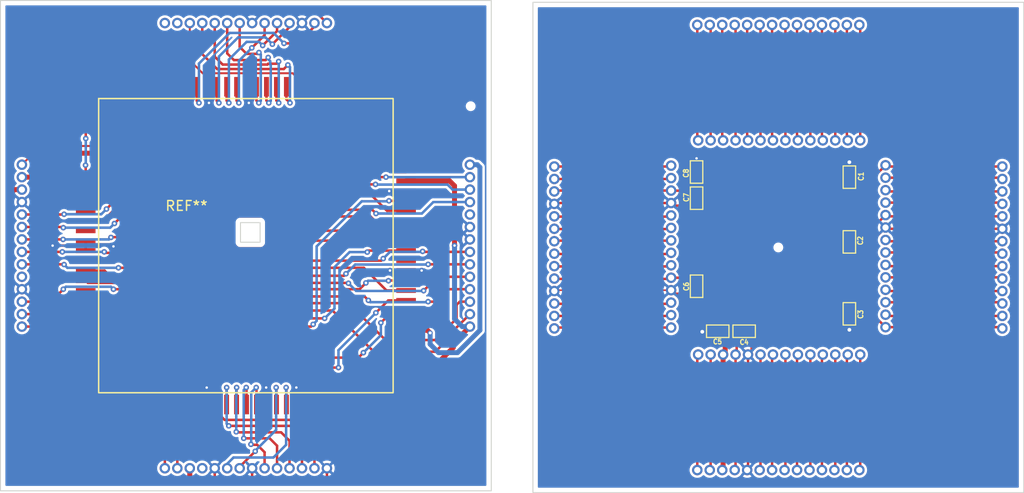
<source format=kicad_pcb>
(kicad_pcb (version 20221018) (generator pcbnew)
  (layers (0 "F.Cu" signal) (31 "B.Cu" signal) (34 "B.Paste" user) (35 "F.Paste" user) (36 "B.SilkS" user "B.Silkscreen") (37 "F.SilkS" user "F.Silkscreen") (38 "B.Mask" user) (39 "F.Mask" user) (44 "Edge.Cuts" user))
  (net 0 "")
  (net 1 "GND")
  (net 2 "VDDIO")
  (net 3 "SA_col_sel1")
  (net 4 "SA_col_sel0")
  (net 5 "SA_row_sel2")
  (net 6 "SA_row_sel1")
  (net 7 "VDDA2")
  (net 8 "SA_row_sel0")
  (net 9 "LA_col_data_in")
  (net 10 "LA_col_rst")
  (net 11 "LA_col_ena")
  (net 12 "LA_col_clk")
  (net 13 "SA_col_sel2")
  (net 14 "vdda")
  (net 15 "vccd2")
  (net 16 "gring")
  (net 17 "gpio")
  (net 18 "d1")
  (net 19 "d0")
  (net 20 "sck")
  (net 21 "csb")
  (net 22 "xclk")
  (net 23 "rst")
  (net 24 "USB_SI")
  (net 25 "USB_S0_RXD")
  (net 26 "USB_CS1")
  (net 27 "USB_SCK_TXD")
  (net 28 "LA_ROW_CLK")
  (net 29 "Vdda1")
  (net 30 "LA_row_ena")
  (net 31 "LA_row_rst")
  (net 32 "LA_row_data_in")
  (net 33 "vccd1")
  (net 34 "LA_output")
  (net 35 "SA_output")
  (net 36 "AMP_IB")
  (net 37 "OUT_IB")
  (net 38 "NB2")
  (net 39 "NB1")
  (net 40 "SF_IB")
  (net 41 "VBIAS")
  (net 42 "VREF")
  (net 43 "CSA_VREF")
  (net 44 "/Vccd1")
  (net 45 "/Vdda1")
  (net 46 "/Vccd")
  (net 47 "/VddIO")
  (net 48 "/Vdda2")
  (net 49 "mprj_io5")
  (net 50 "/Vdda")
  (net 51 "/VddIO_2")
  (net 52 "/Vccd2")
  (footprint "dave:SM0603" (layer "F.Cu") (at 184.56 95.59 -90)
    (fp_text reference "C6")
    (fp_text value "0.1uF" hide)
  )
  (footprint "TMSe:interposer_carrier" (layer "F.Cu") (at 138.93 92.04882)
    (fp_text reference "REF**")
    (fp_text value "interposer_carrier")
    (fp_rect (start -0.83 -2.94882) (end 1.17 -0.94882) (stroke (width 0.1)) (fill none) (layer "Edge.Cuts"))
    (fp_rect (start 22.62 -14.81882) (end 22.62 -14.81882) (stroke (width 0.1)) (fill none) (layer "Edge.Cuts"))
  )
  (footprint "dave:SM0603" (layer "F.Cu") (at 189.41 100.18)
    (fp_text reference "C4")
    (fp_text value "0.1uF" hide)
  )
  (footprint "dave:SM0603" (layer "F.Cu") (at 184.56 86.608 -90)
    (fp_text reference "C7")
    (fp_text value "0.1uF" hide)
  )
  (footprint "dave:SM0603" (layer "F.Cu") (at 186.7176 100.18 180)
    (fp_text reference "C5")
    (fp_text value "0.1uF" hide)
  )
  (footprint "TMSe:int_carrier_adapter" (layer "F.Cu") (at 194.81 93.72)
    (fp_text reference "REF**" hide)
    (fp_text value "int_carrier_adapter" hide)
    (fp_rect (start -1.92 -2.085) (end -1.92 -2.085) (stroke (width 0.1)) (fill none) (layer "Edge.Cuts"))
  )
  (footprint "dave:SM0603" (layer "F.Cu") (at 184.56 83.941 90)
    (fp_text reference "C8")
    (fp_text value "0.1uF" hide)
  )
  (footprint "dave:SM0603" (layer "F.Cu") (at 200.1276 91.068 -90)
    (fp_text reference "C2")
    (fp_text value "0.1uF" hide)
  )
  (footprint "dave:SM0603" (layer "F.Cu") (at 200.1276 84.464 90)
    (fp_text reference "C1")
    (fp_text value "0.1uF" hide)
  )
  (footprint "dave:SM0603" (layer "F.Cu") (at 200.1276 98.4052 -90)
    (fp_text reference "C3")
    (fp_text value "0.1uF" hide)
  )
  (gr_rect (start 123.65 76.45) (end 153.65 106.45) (stroke (width 0.15)) (fill none) (layer "F.SilkS"))
  (gr_rect (start 167.89 66.635) (end 217.89 116.635) (stroke (width 0.1)) (fill none) (layer "Edge.Cuts"))
  (gr_rect (start 113.65 66.45) (end 163.65 116.45) (stroke (width 0.1)) (fill none) (layer "Edge.Cuts"))
  (segment (start 191.0729 102.557) (end 191.0729 114.2471) (width 0.25) (layer "F.Cu") (net 0))
  (segment (start 201.2329 80.713) (end 201.2329 69.0229) (width 0.25) (layer "F.Cu") (net 0))
  (segment (start 215.71 96.08) (end 203.939 96.08) (width 0.25) (layer "F.Cu") (net 0))
  (segment (start 197.335 114.335) (end 197.335 102.6449) (width 0.25) (layer "F.Cu") (net 0))
  (segment (start 181.968 99.8023) (end 170.1577 99.8023) (width 0.25) (layer "F.Cu") (net 0))
  (segment (start 185.9929 102.557) (end 185.9929 114.2471) (width 0.25) (layer "F.Cu") (net 0))
  (segment (start 197.335 68.935) (end 197.335 80.6251) (width 0.25) (layer "F.Cu") (net 0))
  (segment (start 194.795 68.935) (end 194.795 80.6251) (width 0.25) (layer "F.Cu") (net 0))
  (segment (start 170.05485 92.3) (end 181.86515 92.3) (width 0.25) (layer "F.Cu") (net 0))
  (segment (start 215.71 93.54) (end 203.939 93.54) (width 0.25) (layer "F.Cu") (net 0))
  (segment (start 184.635 68.935) (end 184.635 80.6251) (width 0.25) (layer "F.Cu") (net 0))
  (segment (start 215.71 91) (end 203.939 91) (width 0.25) (layer "F.Cu") (net 0))
  (segment (start 203.812 87.063) (end 215.583 87.063) (width 0.25) (layer "F.Cu") (net 0))
  (segment (start 188.5329 80.713) (end 188.5329 69.0229) (width 0.25) (layer "F.Cu") (net 0))
  (segment (start 170.07 98.62) (end 181.8803 98.62) (width 0.25) (layer "F.Cu") (net 0))
  (segment (start 189.715 68.935) (end 189.715 80.6251) (width 0.25) (layer "F.Cu") (net 0))
  (segment (start 196.1529 102.557) (end 196.1529 114.2471) (width 0.25) (layer "F.Cu") (net 0))
  (segment (start 185.9929 80.713) (end 185.9929 69.0229) (width 0.25) (layer "F.Cu") (net 0))
  (segment (start 203.812 94.683) (end 215.583 94.683) (width 0.25) (layer "F.Cu") (net 0))
  (segment (start 199.875 114.335) (end 199.875 102.6449) (width 0.25) (layer "F.Cu") (net 0))
  (segment (start 192.255 114.335) (end 192.255 102.6449) (width 0.25) (layer "F.Cu") (net 0))
  (segment (start 203.812 84.523) (end 215.583 84.523) (width 0.25) (layer "F.Cu") (net 0))
  (segment (start 198.6929 80.713) (end 198.6929 69.0229) (width 0.25) (layer "F.Cu") (net 0))
  (segment (start 193.6129 102.557) (end 193.6129 114.2471) (width 0.25) (layer "F.Cu") (net 0))
  (segment (start 193.6129 80.713) (end 193.6129 69.0229) (width 0.25) (layer "F.Cu") (net 0))
  (segment (start 194.795 114.335) (end 194.795 102.6449) (width 0.25) (layer "F.Cu") (net 0))
  (segment (start 170.05485 88.49) (end 181.86515 88.49) (width 0.25) (layer "F.Cu") (net 0))
  (segment (start 192.255 68.935) (end 192.255 80.6251) (width 0.25) (layer "F.Cu") (net 0))
  (segment (start 196.1529 80.713) (end 196.1529 69.0229) (width 0.25) (layer "F.Cu") (net 0))
  (segment (start 203.812 97.223) (end 215.583 97.223) (width 0.25) (layer "F.Cu") (net 0))
  (segment (start 170.05485 93.57) (end 181.86515 93.57) (width 0.25) (layer "F.Cu") (net 0))
  (segment (start 170.05485 89.76) (end 181.86515 89.76) (width 0.25) (layer "F.Cu") (net 0))
  (segment (start 187.175 68.935) (end 187.175 80.6251) (width 0.25) (layer "F.Cu") (net 0))
  (segment (start 184.635 114.335) (end 184.635 102.6449) (width 0.25) (layer "F.Cu") (net 0))
  (segment (start 191.0729 80.713) (end 191.0729 69.0229) (width 0.25) (layer "F.Cu") (net 0))
  (segment (start 203.812 92.143) (end 215.583 92.143) (width 0.25) (layer "F.Cu") (net 0))
  (segment (start 181.95285 90.9423) (end 170.14255 90.9423) (width 0.25) (layer "F.Cu") (net 0))
  (segment (start 215.71 85.92) (end 203.939 85.92) (width 0.25) (layer "F.Cu") (net 0))
  (segment (start 199.875 68.935) (end 199.875 80.6251) (width 0.25) (layer "F.Cu") (net 0))
  (segment (start 201.2329 102.557) (end 201.2329 114.2471) (width 0.25) (layer "F.Cu") (net 0))
  (segment (start 170.07 83.38) (end 181.8803 83.38) (width 0.25) (layer "F.Cu") (net 0))
  (segment (start 215.71 98.62) (end 203.939 98.62) (width 0.25) (layer "F.Cu") (net 0))
  (segment (start 170.05485 97.38) (end 181.86515 97.38) (width 0.25) (layer "F.Cu") (net 0))
  (segment (start 198.6929 102.557) (end 198.6929 114.2471) (width 0.25) (layer "F.Cu") (net 0))
  (segment (start 138.714 75.25) (end 138.714 76.658) (width 0.254) (layer "F.Cu") (net 1))
  (segment (start 134.656 75.25) (end 134.656 76.664) (width 0.254) (layer "F.Cu") (net 1))
  (segment (start 143.794 105.9226) (end 143.794 107.65) (width 0.254) (layer "F.Cu") (net 1))
  (segment (start 181.968 95.9923) (end 170.1577 95.9923) (width 0.1524) (layer "F.Cu") (net 1))
  (segment (start 146.905 114.9772) (end 146.905 114.15) (width 0.254) (layer "F.Cu") (net 1))
  (segment (start 146.9644 115.0366) (end 146.905 114.9772) (width 0.254) (layer "F.Cu") (net 1))
  (segment (start 134.656699 105.924699) (end 134.65 105.931398) (width 0.254) (layer "F.Cu") (net 1))
  (segment (start 140.746 107.65) (end 140.746 105.948) (width 0.254) (layer "F.Cu") (net 1))
  (segment (start 200.1022 82.9908) (end 200.153 82.94) (width 0.1524) (layer "F.Cu") (net 1))
  (segment (start 125.1578 91.5244) (end 124.9546 91.3212) (width 0.254) (layer "F.Cu") (net 1))
  (segment (start 200.1276 99.1672) (end 200.1276 99.98) (width 0.1524) (layer "F.Cu") (net 1))
  (segment (start 140.716 105.918) (end 140.716 106.045) (width 0.254) (layer "F.Cu") (net 1))
  (segment (start 153.32702 93.98882) (end 153.3264 93.9882) (width 0.254) (layer "F.Cu") (net 1))
  (segment (start 122.33 91.499) (end 122.2792 91.4482) (width 0.254) (layer "F.Cu") (net 1))
  (segment (start 154.97 93.98882) (end 156.55158 93.98882) (width 0.254) (layer "F.Cu") (net 1))
  (segment (start 146.6596 115.3414) (end 146.9644 115.0366) (width 0.254) (layer "F.Cu") (net 1))
  (segment (start 139.285 114.15) (end 139.285 115.2992) (width 0.254) (layer "F.Cu") (net 1))
  (segment (start 156.55158 93.98882) (end 156.5522 93.9882) (width 0.254) (layer "F.Cu") (net 1))
  (segment (start 181.968 87.1023) (end 170.1577 87.1023) (width 0.25) (layer "F.Cu") (net 1))
  (segment (start 124.9546 91.3212) (end 122.5078 91.3212) (width 0.254) (layer "F.Cu") (net 1))
  (segment (start 184.56 87.37) (end 182.2357 87.37) (width 0.25) (layer "F.Cu") (net 1))
  (segment (start 215.71 89.73) (end 203.939 89.73) (width 0.25) (layer "F.Cu") (net 1))
  (segment (start 170.1577 87.1023) (end 170.07 87.19) (width 0.25) (layer "F.Cu") (net 1))
  (segment (start 122.33 91.965385) (end 122.33 91.499) (width 0.254) (layer "F.Cu") (net 1))
  (segment (start 140.716 106.045) (end 140.7414 106.0704) (width 0.254) (layer "F.Cu") (net 1))
  (segment (start 200.1276 91.83) (end 201.585 91.83) (width 0.25) (layer "F.Cu") (net 1))
  (segment (start 122.33 91.499) (end 122.33 90.948462) (width 0.254) (layer "F.Cu") (net 1))
  (segment (start 135.475 114.15) (end 135.475 115.2058) (width 0.254) (layer "F.Cu") (net 1))
  (segment (start 190.172 100.18) (end 190.172 102.1879) (width 0.25) (layer "F.Cu") (net 1))
  (segment (start 182.3277 96.352) (end 181.968 95.9923) (width 0.25) (layer "F.Cu") (net 1))
  (segment (start 139.2428 115.3414) (end 146.6596 115.3414) (width 0.254) (layer "F.Cu") (net 1))
  (segment (start 189.8029 102.557) (end 189.8029 114.2471) (width 0.25) (layer "F.Cu") (net 1))
  (segment (start 143.7894 105.918) (end 143.794 105.9226) (width 0.254) (layer "F.Cu") (net 1))
  (segment (start 138.714 76.658) (end 138.95 76.894) (width 0.254) (layer "F.Cu") (net 1))
  (segment (start 134.656 76.664) (end 134.886 76.894) (width 0.254) (layer "F.Cu") (net 1))
  (segment (start 185.1936 100.18) (end 185.9556 100.18) (width 0.1524) (layer "F.Cu") (net 1))
  (segment (start 122.2792 91.4482) (end 118.9602 91.4482) (width 0.254) (layer "F.Cu") (net 1))
  (segment (start 185.1428 100.2308) (end 185.1936 100.18) (width 0.1524) (layer "F.Cu") (net 1))
  (segment (start 153.274036 85.861764) (end 153.2502 85.8856) (width 0.254) (layer "F.Cu") (net 1))
  (segment (start 200.1276 83.702) (end 200.1276 82.9908) (width 0.1524) (layer "F.Cu") (net 1))
  (segment (start 184.56 96.352) (end 182.3277 96.352) (width 0.25) (layer "F.Cu") (net 1))
  (segment (start 189.8029 114.2471) (end 189.715 114.335) (width 0.25) (layer "F.Cu") (net 1))
  (segment (start 190.172 102.1879) (end 189.8029 102.557) (width 0.25) (layer "F.Cu") (net 1))
  (segment (start 154.97 85.861764) (end 153.274036 85.861764) (width 0.254) (layer "F.Cu") (net 1))
  (segment (start 134.65 105.931398) (end 134.65 107.65) (width 0.254) (layer "F.Cu") (net 1))
  (segment (start 184.56 82.55) (end 184.56 83.179) (width 0.254) (layer "F.Cu") (net 1))
  (segment (start 203.939 89.73) (end 203.812 89.603) (width 0.25) (layer "F.Cu") (net 1))
  (segment (start 154.97 93.98882) (end 153.32702 93.98882) (width 0.254) (layer "F.Cu") (net 1))
  (segment (start 135.475 115.2058) (end 135.6106 115.3414) (width 0.254) (layer "F.Cu") (net 1))
  (segment (start 200.153 99.98) (end 200.1022 100.0308) (width 0.1524) (layer "F.Cu") (net 1))
  (segment (start 201.585 91.83) (end 203.812 89.603) (width 0.25) (layer "F.Cu") (net 1))
  (segment (start 140.746 105.948) (end 140.716 105.918) (width 0.254) (layer "F.Cu") (net 1))
  (segment (start 139.285 115.2992) (end 139.2428 115.3414) (width 0.254) (layer "F.Cu") (net 1))
  (segment (start 170.1577 95.9923) (end 170.07 96.08) (width 0.1524) (layer "F.Cu") (net 1))
  (segment (start 122.5078 91.3212) (end 122.33 91.499) (width 0.254) (layer "F.Cu") (net 1))
  (segment (start 135.6106 115.3414) (end 139.2428 115.3414) (width 0.254) (layer "F.Cu") (net 1))
  (via (at 200.1276 82.94) (size 0.762) (drill 0.381) (layers "F.Cu" "B.Cu") (net 1))
  (via (at 138.95 76.894) (size 0.5588) (drill 0.254) (layers "F.Cu" "B.Cu") (net 1))
  (via (at 118.9602 91.4482) (size 0.5588) (drill 0.254) (layers "F.Cu" "B.Cu") (net 1))
  (via (at 140.716 105.918) (size 0.5588) (drill 0.254) (layers "F.Cu" "B.Cu") (net 1))
  (via (at 143.7894 105.918) (size 0.5588) (drill 0.254) (layers "F.Cu" "B.Cu") (net 1))
  (via (at 134.886 76.894) (size 0.5588) (drill 0.254) (layers "F.Cu" "B.Cu") (net 1))
  (via (at 125.1578 91.5244) (size 0.5588) (drill 0.254) (layers "F.Cu" "B.Cu") (net 1))
  (via (at 153.2502 85.8856) (size 0.5588) (drill 0.254) (layers "F.Cu" "B.Cu") (net 1))
  (via (at 156.5522 93.9882) (size 0.5588) (drill 0.254) (layers "F.Cu" "B.Cu") (net 1))
  (via (at 184.56 82.55) (size 0.5588) (drill 0.254) (layers "F.Cu" "B.Cu") (net 1))
  (via (at 185.1428 100.2308) (size 0.762) (drill 0.381) (layers "F.Cu" "B.Cu") (net 1))
  (via (at 153.3264 93.9882) (size 0.5588) (drill 0.254) (layers "F.Cu" "B.Cu") (net 1))
  (via (at 134.656699 105.924699) (size 0.5588) (drill 0.254) (layers "F.Cu" "B.Cu") (net 1))
  (via (at 200.1276 100.0308) (size 0.762) (drill 0.381) (layers "F.Cu" "B.Cu") (net 1))
  (segment (start 200.1276 100.0308) (end 192.3291 100.0308) (width 0.25) (layer "B.Cu") (net 1))
  (segment (start 185.1428 99.1671) (end 181.968 95.9923) (width 0.1524) (layer "B.Cu") (net 1))
  (segment (start 200.1276 82.94) (end 200.1276 85.9186) (width 0.25) (layer "B.Cu") (net 1))
  (segment (start 185.1428 100.2308) (end 185.1428 99.1671) (width 0.1524) (layer "B.Cu") (net 1))
  (segment (start 192.3291 100.0308) (end 189.8029 102.557) (width 0.25) (layer "B.Cu") (net 1))
  (segment (start 200.1276 85.9186) (end 203.812 89.603) (width 0.25) (layer "B.Cu") (net 1))
  (segment (start 130.395 105.825) (end 133.35 102.87) (width 0.254) (layer "F.Cu") (net 3))
  (segment (start 152.4 99.314) (end 153.661652 98.052348) (width 0.254) (layer "F.Cu") (net 3))
  (segment (start 133.35 102.87) (end 150.114 102.87) (width 0.254) (layer "F.Cu") (net 3))
  (segment (start 153.661652 98.052348) (end 154.97 98.052348) (width 0.254) (layer "F.Cu") (net 3))
  (segment (start 150.114 102.87) (end 150.622 102.362) (width 0.254) (layer "F.Cu") (net 3))
  (segment (start 130.395 114.15) (end 130.395 105.825) (width 0.254) (layer "F.Cu") (net 3))
  (via (at 150.622 102.362) (size 0.5588) (drill 0.254) (layers "F.Cu" "B.Cu") (net 3))
  (via (at 152.4 99.314) (size 0.5588) (drill 0.254) (layers "F.Cu" "B.Cu") (net 3))
  (segment (start 152.4 100.584) (end 152.4 99.314) (width 0.254) (layer "B.Cu") (net 3))
  (segment (start 150.622 102.362) (end 152.4 100.584) (width 0.254) (layer "B.Cu") (net 3))
  (segment (start 131.665 106.333) (end 131.665 114.15) (width 0.254) (layer "F.Cu") (net 4))
  (segment (start 134.112 103.886) (end 131.665 106.333) (width 0.254) (layer "F.Cu") (net 4))
  (segment (start 151.892 98.298) (end 153.153534 97.036466) (width 0.254) (layer "F.Cu") (net 4))
  (segment (start 153.153534 97.036466) (end 154.97 97.036466) (width 0.254) (layer "F.Cu") (net 4))
  (segment (start 148.082 103.886) (end 134.112 103.886) (width 0.254) (layer "F.Cu") (net 4))
  (via (at 148.082 103.886) (size 0.5588) (drill 0.254) (layers "F.Cu" "B.Cu") (net 4))
  (via (at 151.892 98.298) (size 0.5588) (drill 0.254) (layers "F.Cu" "B.Cu") (net 4))
  (segment (start 148.082 103.886) (end 148.082 102.108) (width 0.254) (layer "B.Cu") (net 4))
  (segment (start 148.082 102.108) (end 151.892 98.298) (width 0.254) (layer "B.Cu") (net 4))
  (segment (start 150.6594 93.7088) (end 152.971184 96.020584) (width 0.254) (layer "F.Cu") (net 5))
  (segment (start 120.105 93.355) (end 120.1286 93.3786) (width 0.254) (layer "F.Cu") (net 5))
  (segment (start 125.6658 93.7088) (end 150.6594 93.7088) (width 0.254) (layer "F.Cu") (net 5))
  (segment (start 152.971184 96.020584) (end 154.97 96.020584) (width 0.254) (layer "F.Cu") (net 5))
  (segment (start 115.83 93.355) (end 120.105 93.355) (width 0.254) (layer "F.Cu") (net 5))
  (via (at 120.1286 93.3786) (size 0.5588) (drill 0.254) (layers "F.Cu" "B.Cu") (net 5))
  (via (at 125.6658 93.7088) (size 0.5588) (drill 0.254) (layers "F.Cu" "B.Cu") (net 5))
  (segment (start 120.1286 93.3786) (end 120.4588 93.7088) (width 0.254) (layer "B.Cu") (net 5))
  (segment (start 120.4588 93.7088) (end 125.6658 93.7088) (width 0.254) (layer "B.Cu") (net 5))
  (segment (start 120.0524 95.8932) (end 118.7806 97.165) (width 0.254) (layer "F.Cu") (net 6))
  (segment (start 153.198898 95.004702) (end 153.174 95.0296) (width 0.254) (layer "F.Cu") (net 6))
  (segment (start 150.876 95.25) (end 150.2328 95.8932) (width 0.254) (layer "F.Cu") (net 6))
  (segment (start 118.7806 97.165) (end 115.83 97.165) (width 0.254) (layer "F.Cu") (net 6))
  (segment (start 150.2328 95.8932) (end 125.1578 95.8932) (width 0.254) (layer "F.Cu") (net 6))
  (segment (start 154.97 95.004702) (end 153.198898 95.004702) (width 0.254) (layer "F.Cu") (net 6))
  (via (at 125.1578 95.8932) (size 0.5588) (drill 0.254) (layers "F.Cu" "B.Cu") (net 6))
  (via (at 153.174 95.0296) (size 0.5588) (drill 0.254) (layers "F.Cu" "B.Cu") (net 6))
  (via (at 120.0524 95.8932) (size 0.5588) (drill 0.254) (layers "F.Cu" "B.Cu") (net 6))
  (via (at 150.876 95.25) (size 0.5588) (drill 0.254) (layers "F.Cu" "B.Cu") (net 6))
  (segment (start 124.9038 95.6392) (end 120.3064 95.6392) (width 0.254) (layer "B.Cu") (net 6))
  (segment (start 125.1578 95.8932) (end 124.9038 95.6392) (width 0.254) (layer "B.Cu") (net 6))
  (segment (start 151.0964 95.0296) (end 153.174 95.0296) (width 0.254) (layer "B.Cu") (net 6))
  (segment (start 150.876 95.25) (end 151.0964 95.0296) (width 0.254) (layer "B.Cu") (net 6))
  (segment (start 120.3064 95.6392) (end 120.0524 95.8932) (width 0.254) (layer "B.Cu") (net 6))
  (segment (start 146.6716 98.865) (end 120.7128 98.865) (width 0.254) (layer "F.Cu") (net 8))
  (segment (start 151.015 92.1086) (end 151.166544 91.957056) (width 0.254) (layer "F.Cu") (net 8))
  (segment (start 151.166544 91.957056) (end 154.97 91.957056) (width 0.254) (layer "F.Cu") (net 8))
  (segment (start 120.7128 98.865) (end 120.2828 98.435) (width 0.254) (layer "F.Cu") (net 8))
  (segment (start 120.2828 98.435) (end 115.83 98.435) (width 0.254) (layer "F.Cu") (net 8))
  (via (at 151.015 92.1086) (size 0.5588) (drill 0.254) (layers "F.Cu" "B.Cu") (net 8))
  (via (at 146.6716 98.865) (size 0.5588) (drill 0.254) (layers "F.Cu" "B.Cu") (net 8))
  (segment (start 147.6749 93.6453) (end 149.2116 92.1086) (width 0.254) (layer "B.Cu") (net 8))
  (segment (start 149.2116 92.1086) (end 151.015 92.1086) (width 0.254) (layer "B.Cu") (net 8))
  (segment (start 146.6716 98.865) (end 147.6749 97.8617) (width 0.254) (layer "B.Cu") (net 8))
  (segment (start 147.6749 97.8617) (end 147.6749 93.6453) (width 0.254) (layer "B.Cu") (net 8))
  (segment (start 124.218 92.0832) (end 124.318999 92.184199) (width 0.254) (layer "F.Cu") (net 9))
  (segment (start 142.860626 90.941174) (end 154.97 90.941174) (width 0.254) (layer "F.Cu") (net 9))
  (segment (start 119.949 92.085) (end 119.9508 92.0832) (width 0.254) (layer "F.Cu") (net 9))
  (segment (start 124.318999 92.184199) (end 141.617601 92.184199) (width 0.254) (layer "F.Cu") (net 9))
  (segment (start 141.617601 92.184199) (end 142.860626 90.941174) (width 0.254) (layer "F.Cu") (net 9))
  (segment (start 115.83 92.085) (end 119.949 92.085) (width 0.254) (layer "F.Cu") (net 9))
  (via (at 124.218 92.0832) (size 0.5588) (drill 0.254) (layers "F.Cu" "B.Cu") (net 9))
  (via (at 119.9508 92.0832) (size 0.5588) (drill 0.254) (layers "F.Cu" "B.Cu") (net 9))
  (segment (start 124.218 92.0832) (end 119.9508 92.0832) (width 0.254) (layer "B.Cu") (net 9))
  (segment (start 120.0252 90.815) (end 120.027 90.8132) (width 0.254) (layer "F.Cu") (net 10))
  (segment (start 140.359712 91.727) (end 142.16142 89.925292) (width 0.254) (layer "F.Cu") (net 10))
  (segment (start 142.16142 89.925292) (end 154.97 89.925292) (width 0.254) (layer "F.Cu") (net 10))
  (segment (start 124.9292 90.5846) (end 136.697888 90.5846) (width 0.254) (layer "F.Cu") (net 10))
  (segment (start 124.9038 90.61) (end 124.9292 90.5846) (width 0.254) (layer "F.Cu") (net 10))
  (segment (start 136.697888 90.5846) (end 137.840288 91.727) (width 0.254) (layer "F.Cu") (net 10))
  (segment (start 115.83 90.815) (end 120.0252 90.815) (width 0.254) (layer "F.Cu") (net 10))
  (segment (start 137.840288 91.727) (end 140.359712 91.727) (width 0.254) (layer "F.Cu") (net 10))
  (via (at 120.027 90.8132) (size 0.5588) (drill 0.254) (layers "F.Cu" "B.Cu") (net 10))
  (via (at 124.9038 90.61) (size 0.5588) (drill 0.254) (layers "F.Cu" "B.Cu") (net 10))
  (segment (start 124.7006 90.8132) (end 124.9038 90.61) (width 0.254) (layer "B.Cu") (net 10))
  (segment (start 120.027 90.8132) (end 124.7006 90.8132) (width 0.254) (layer "B.Cu") (net 10))
  (segment (start 151.779705 88.90941) (end 154.97 88.90941) (width 0.254) (layer "F.Cu") (net 11))
  (segment (start 119.978 89.545) (end 120.0524 89.6194) (width 0.254) (layer "F.Cu") (net 11))
  (segment (start 125.974 88.473) (end 151.343295 88.473) (width 0.254) (layer "F.Cu") (net 11))
  (segment (start 125.2594 89.1876) (end 125.974 88.473) (width 0.254) (layer "F.Cu") (net 11))
  (segment (start 115.83 89.545) (end 119.978 89.545) (width 0.254) (layer "F.Cu") (net 11))
  (segment (start 151.343295 88.473) (end 151.779705 88.90941) (width 0.254) (layer "F.Cu") (net 11))
  (via (at 125.2594 89.1876) (size 0.5588) (drill 0.254) (layers "F.Cu" "B.Cu") (net 11))
  (via (at 120.0524 89.6194) (size 0.5588) (drill 0.254) (layers "F.Cu" "B.Cu") (net 11))
  (segment (start 124.8276 89.6194) (end 125.2594 89.1876) (width 0.254) (layer "B.Cu") (net 11))
  (segment (start 120.0524 89.6194) (end 124.8276 89.6194) (width 0.254) (layer "B.Cu") (net 11))
  (segment (start 124.4466 87.7144) (end 126.0214 86.1396) (width 0.254) (layer "F.Cu") (net 12))
  (segment (start 126.0214 86.1396) (end 151.269 86.1396) (width 0.254) (layer "F.Cu") (net 12))
  (segment (start 153.022928 87.893528) (end 154.97 87.893528) (width 0.254) (layer "F.Cu") (net 12))
  (segment (start 120.1014 88.275) (end 120.1286 88.2478) (width 0.254) (layer "F.Cu") (net 12))
  (segment (start 151.269 86.1396) (end 153.022928 87.893528) (width 0.254) (layer "F.Cu") (net 12))
  (segment (start 115.83 88.275) (end 120.1014 88.275) (width 0.254) (layer "F.Cu") (net 12))
  (via (at 120.1286 88.2478) (size 0.5588) (drill 0.254) (layers "F.Cu" "B.Cu") (net 12))
  (via (at 124.4466 87.7144) (size 0.5588) (drill 0.254) (layers "F.Cu" "B.Cu") (net 12))
  (segment (start 123.9132 88.2478) (end 124.4466 87.7144) (width 0.254) (layer "B.Cu") (net 12))
  (segment (start 120.1286 88.2478) (end 123.9132 88.2478) (width 0.254) (layer "B.Cu") (net 12))
  (segment (start 154.97 86.877646) (end 153.226246 86.877646) (width 0.254) (layer "F.Cu") (net 13))
  (segment (start 145.2723 99.705) (end 115.83 99.705) (width 0.254) (layer "F.Cu") (net 13))
  (segment (start 145.5032 99.4741) (end 145.2723 99.705) (width 0.254) (layer "F.Cu") (net 13))
  (segment (start 153.226246 86.877646) (end 153.2248 86.8762) (width 0.254) (layer "F.Cu") (net 13))
  (via (at 153.2248 86.8762) (size 0.5588) (drill 0.254) (layers "F.Cu" "B.Cu") (net 13))
  (via (at 145.5032 99.4741) (size 0.5588) (drill 0.254) (layers "F.Cu" "B.Cu") (net 13))
  (segment (start 150.4562 86.927) (end 153.174 86.927) (width 0.254) (layer "B.Cu") (net 13))
  (segment (start 145.5032 99.4741) (end 145.8588 99.1185) (width 0.254) (layer "B.Cu") (net 13))
  (segment (start 153.174 86.927) (end 153.2248 86.8762) (width 0.254) (layer "B.Cu") (net 13))
  (segment (start 145.8588 99.1185) (end 145.8588 91.5244) (width 0.254) (layer "B.Cu") (net 13))
  (segment (start 145.8588 91.5244) (end 150.4562 86.927) (width 0.254) (layer "B.Cu") (net 13))
  (segment (start 161.47 99.705) (end 159.766 101.409) (width 0.508) (layer "F.Cu") (net 14))
  (segment (start 159.7658 101.8542) (end 156.6336 104.9864) (width 0.508) (layer "F.Cu") (net 14))
  (segment (start 159.766 101.8542) (end 159.7658 101.8542) (width 0.508) (layer "F.Cu") (net 14))
  (segment (start 156.6336 104.9864) (end 134.2816 104.9864) (width 0.508) (layer "F.Cu") (net 14))
  (segment (start 134.2816 104.9864) (end 133.634 105.634) (width 0.508) (layer "F.Cu") (net 14))
  (segment (start 159.766 101.409) (end 159.766 101.8542) (width 0.508) (layer "F.Cu") (net 14))
  (segment (start 133.634 105.634) (end 133.634 107.65) (width 0.508) (layer "F.Cu") (net 14))
  (segment (start 159.905 91.44) (end 159.905 85.3522) (width 0.508) (layer "F.Cu") (net 14))
  (segment (start 159.398682 84.845882) (end 154.97 84.845882) (width 0.508) (layer "F.Cu") (net 14))
  (segment (start 159.905 85.3522) (end 159.398682 84.845882) (width 0.508) (layer "F.Cu") (net 14))
  (via (at 159.905 91.44) (size 0.5588) (drill 0.254) (layers "F.Cu" "B.Cu") (net 14))
  (segment (start 159.905 91.44) (end 159.905 98.9158) (width 0.508) (layer "B.Cu") (net 14))
  (segment (start 160.6942 99.705) (end 161.47 99.705) (width 0.508) (layer "B.Cu") (net 14))
  (segment (start 159.905 98.9158) (end 160.6942 99.705) (width 0.508) (layer "B.Cu") (net 14))
  (segment (start 115.83 84.465) (end 116.703 84.465) (width 0.508) (layer "F.Cu") (net 15))
  (segment (start 153.821482 83.83) (end 154.97 83.83) (width 0.508) (layer "F.Cu") (net 15))
  (segment (start 152.016282 82.0248) (end 153.821482 83.83) (width 0.508) (layer "F.Cu") (net 15))
  (segment (start 116.703 84.465) (end 119.1432 82.0248) (width 0.508) (layer "F.Cu") (net 15))
  (segment (start 119.1432 82.0248) (end 152.016282 82.0248) (width 0.508) (layer "F.Cu") (net 15))
  (segment (start 117.7368 81.2882) (end 153.444082 81.2882) (width 0.2) (layer "F.Cu") (net 16))
  (segment (start 115.83 83.195) (end 117.7368 81.2882) (width 0.2) (layer "F.Cu") (net 16))
  (segment (start 153.444082 81.2882) (end 154.97 82.814118) (width 0.2) (layer "F.Cu") (net 16))
  (segment (start 135.666 107.65) (end 135.666 108.4) (width 0.254) (layer "F.Cu") (net 17))
  (segment (start 144.526 109.22) (end 145.635 110.329) (width 0.254) (layer "F.Cu") (net 17))
  (segment (start 136.486 109.22) (end 144.526 109.22) (width 0.254) (layer "F.Cu") (net 17))
  (segment (start 135.666 108.4) (end 136.486 109.22) (width 0.254) (layer "F.Cu") (net 17))
  (segment (start 145.635 110.329) (end 145.635 114.15) (width 0.254) (layer "F.Cu") (net 17))
  (segment (start 136.682 105.9254) (end 136.682 107.65) (width 0.254) (layer "F.Cu") (net 18))
  (segment (start 136.906 109.8291) (end 143.6111 109.8291) (width 0.254) (layer "F.Cu") (net 18))
  (segment (start 144.365 110.583) (end 144.365 114.15) (width 0.254) (layer "F.Cu") (net 18))
  (segment (start 136.6894 105.918) (end 136.682 105.9254) (width 0.254) (layer "F.Cu") (net 18))
  (segment (start 143.6111 109.8291) (end 144.365 110.583) (width 0.254) (layer "F.Cu") (net 18))
  (via (at 136.6894 105.918) (size 0.5588) (drill 0.254) (layers "F.Cu" "B.Cu") (net 18))
  (via (at 136.906 109.8291) (size 0.5588) (drill 0.254) (layers "F.Cu" "B.Cu") (net 18))
  (segment (start 136.906 109.8291) (end 136.6894 109.6125) (width 0.254) (layer "B.Cu") (net 18))
  (segment (start 136.6894 109.6125) (end 136.6894 105.918) (width 0.254) (layer "B.Cu") (net 18))
  (segment (start 137.668 110.4382) (end 137.7198 110.49) (width 0.254) (layer "F.Cu") (net 19))
  (segment (start 137.7054 105.918) (end 137.698 105.9254) (width 0.254) (layer "F.Cu") (net 19))
  (segment (start 137.698 105.9254) (end 137.698 107.65) (width 0.254) (layer "F.Cu") (net 19))
  (segment (start 143.095 111.345) (end 143.095 114.15) (width 0.254) (layer "F.Cu") (net 19))
  (segment (start 142.24 110.49) (end 143.095 111.345) (width 0.254) (layer "F.Cu") (net 19))
  (segment (start 137.7198 110.49) (end 142.24 110.49) (width 0.254) (layer "F.Cu") (net 19))
  (via (at 137.7054 105.918) (size 0.5588) (drill 0.254) (layers "F.Cu" "B.Cu") (net 19))
  (via (at 137.668 110.4382) (size 0.5588) (drill 0.254) (layers "F.Cu" "B.Cu") (net 19))
  (segment (start 137.668 110.4382) (end 137.668 105.9554) (width 0.254) (layer "B.Cu") (net 19))
  (segment (start 137.668 105.9554) (end 137.7054 105.918) (width 0.254) (layer "B.Cu") (net 19))
  (segment (start 141.0711 111.0991) (end 141.825 111.853) (width 0.254) (layer "F.Cu") (net 20))
  (segment (start 138.43 111.0991) (end 141.0711 111.0991) (width 0.254) (layer "F.Cu") (net 20))
  (segment (start 138.684 105.918) (end 138.714 105.948) (width 0.254) (layer "F.Cu") (net 20))
  (segment (start 138.714 105.948) (end 138.714 107.65) (width 0.254) (layer "F.Cu") (net 20))
  (segment (start 141.825 111.853) (end 141.825 114.15) (width 0.254) (layer "F.Cu") (net 20))
  (via (at 138.43 111.0991) (size 0.5588) (drill 0.254) (layers "F.Cu" "B.Cu") (net 20))
  (via (at 138.684 105.918) (size 0.5588) (drill 0.254) (layers "F.Cu" "B.Cu") (net 20))
  (segment (start 138.43 111.0991) (end 138.43 106.172) (width 0.254) (layer "B.Cu") (net 20))
  (segment (start 138.43 106.172) (end 138.684 105.918) (width 0.254) (layer "B.Cu") (net 20))
  (segment (start 139.21207 111.76) (end 139.800105 111.76) (width 0.254) (layer "F.Cu") (net 21))
  (segment (start 139.163901 111.711831) (end 139.21207 111.76) (width 0.254) (layer "F.Cu") (net 21))
  (segment (start 139.7 105.918) (end 139.73 105.948) (width 0.254) (layer "F.Cu") (net 21))
  (segment (start 139.800105 111.76) (end 140.555 112.514895) (width 0.254) (layer "F.Cu") (net 21))
  (segment (start 139.73 105.948) (end 139.73 107.65) (width 0.254) (layer "F.Cu") (net 21))
  (segment (start 140.555 112.514895) (end 140.555 114.15) (width 0.254) (layer "F.Cu") (net 21))
  (via (at 139.7 105.918) (size 0.5588) (drill 0.254) (layers "F.Cu" "B.Cu") (net 21))
  (via (at 139.163901 111.711831) (size 0.5588) (drill 0.254) (layers "F.Cu" "B.Cu") (net 21))
  (segment (start 139.163901 111.711831) (end 139.192 111.683732) (width 0.254) (layer "B.Cu") (net 21))
  (segment (start 139.192 106.426) (end 139.7 105.918) (width 0.254) (layer "B.Cu") (net 21))
  (segment (start 139.192 111.683732) (end 139.192 106.426) (width 0.254) (layer "B.Cu") (net 21))
  (segment (start 138.015 114.006291) (end 138.015 114.15) (width 0.254) (layer "F.Cu") (net 22))
  (segment (start 141.762 105.948) (end 141.762 107.65) (width 0.254) (layer "F.Cu") (net 22))
  (segment (start 141.732 105.918) (end 141.762 105.948) (width 0.254) (layer "F.Cu") (net 22))
  (segment (start 139.599999 112.421292) (end 138.015 114.006291) (width 0.254) (layer "F.Cu") (net 22))
  (via (at 141.732 105.918) (size 0.5588) (drill 0.254) (layers "F.Cu" "B.Cu") (net 22))
  (via (at 139.599999 112.421292) (size 0.5588) (drill 0.254) (layers "F.Cu" "B.Cu") (net 22))
  (segment (start 139.599999 112.368001) (end 141.732 110.236) (width 0.254) (layer "B.Cu") (net 22))
  (segment (start 141.732 110.236) (end 141.732 105.918) (width 0.254) (layer "B.Cu") (net 22))
  (segment (start 139.599999 112.421292) (end 139.599999 112.368001) (width 0.254) (layer "B.Cu") (net 22))
  (segment (start 142.778 105.948) (end 142.778 107.65) (width 0.254) (layer "F.Cu") (net 23))
  (segment (start 142.748 105.918) (end 142.778 105.948) (width 0.254) (layer "F.Cu") (net 23))
  (via (at 142.748 105.918) (size 0.5588) (drill 0.254) (layers "F.Cu" "B.Cu") (net 23))
  (segment (start 142.748 105.918) (end 142.748 111.76) (width 0.254) (layer "B.Cu") (net 23))
  (segment (start 137.3886 113.0554) (end 136.745 113.699) (width 0.254) (layer "B.Cu") (net 23))
  (segment (start 136.745 113.699) (end 136.745 114.15) (width 0.254) (layer "B.Cu") (net 23))
  (segment (start 142.748 111.76) (end 141.4526 113.0554) (width 0.254) (layer "B.Cu") (net 23))
  (segment (start 141.4526 113.0554) (end 137.3886 113.0554) (width 0.254) (layer "B.Cu") (net 23))
  (segment (start 160.4366 97.165) (end 160.1096 97.492) (width 0.254) (layer "F.Cu") (net 24))
  (segment (start 160.1096 97.492) (end 160.1096 98.889) (width 0.254) (layer "F.Cu") (net 24))
  (segment (start 160.1096 98.889) (end 157.9238 101.0748) (width 0.254) (layer "F.Cu") (net 24))
  (segment (start 152.8692 101.0748) (end 157.9238 101.0748) (width 0.254) (layer "F.Cu") (net 24))
  (segment (start 123.08 97.05) (end 123.3456 97.3156) (width 0.254) (layer "F.Cu") (net 24))
  (segment (start 122.33 97.05) (end 123.08 97.05) (width 0.254) (layer "F.Cu") (net 24))
  (segment (start 160.4366 97.165) (end 161.47 97.165) (width 0.254) (layer "F.Cu") (net 24))
  (segment (start 149.11 97.3156) (end 152.8692 101.0748) (width 0.254) (layer "F.Cu") (net 24))
  (segment (start 123.3456 97.3156) (end 149.11 97.3156) (width 0.254) (layer "F.Cu") (net 24))
  (segment (start 147.473724 98.066924) (end 122.33 98.066924) (width 0.254) (layer "F.Cu") (net 25))
  (segment (start 158.5842 101.3208) (end 161.47 98.435) (width 0.254) (layer "F.Cu") (net 25))
  (segment (start 151.6754 102.2686) (end 147.473724 98.066924) (width 0.254) (layer "F.Cu") (net 25))
  (segment (start 158.5842 101.6336) (end 158.5842 101.3208) (width 0.254) (layer "F.Cu") (net 25))
  (segment (start 157.9492 102.2686) (end 151.6754 102.2686) (width 0.254) (layer "F.Cu") (net 25))
  (segment (start 158.5842 101.6336) (end 157.9492 102.2686) (width 0.254) (layer "F.Cu") (net 25))
  (segment (start 123.08 96.033077) (end 122.33 96.033077) (width 0.254) (layer "F.Cu") (net 26))
  (segment (start 151.13 97.028) (end 150.7318 96.6298) (width 0.254) (layer "F.Cu") (net 26))
  (segment (start 159.2428 95.895) (end 161.47 95.895) (width 0.254) (layer "F.Cu") (net 26))
  (segment (start 157.2126 97.1632) (end 157.9746 97.1632) (width 0.254) (layer "F.Cu") (net 26))
  (segment (start 150.7318 96.6298) (end 123.676723 96.6298) (width 0.254) (layer "F.Cu") (net 26))
  (segment (start 157.9746 97.1632) (end 159.2428 95.895) (width 0.254) (layer "F.Cu") (net 26))
  (segment (start 123.676723 96.6298) (end 123.08 96.033077) (width 0.254) (layer "F.Cu") (net 26))
  (via (at 151.13 97.028) (size 0.5588) (drill 0.254) (layers "F.Cu" "B.Cu") (net 26))
  (via (at 157.2126 97.1632) (size 0.5588) (drill 0.254) (layers "F.Cu" "B.Cu") (net 26))
  (segment (start 157.2634 97.214) (end 157.2126 97.1632) (width 0.254) (layer "B.Cu") (net 26))
  (segment (start 151.13 97.028) (end 151.316 97.214) (width 0.254) (layer "B.Cu") (net 26))
  (segment (start 151.316 97.214) (end 157.2634 97.214) (width 0.254) (layer "B.Cu") (net 26))
  (segment (start 149.098 95.2841) (end 149.0639 95.25) (width 0.254) (layer "F.Cu") (net 27))
  (segment (start 156.7554 96.0456) (end 158.176 94.625) (width 0.254) (layer "F.Cu") (net 27))
  (segment (start 158.176 94.625) (end 161.47 94.625) (width 0.254) (layer "F.Cu") (net 27))
  (segment (start 149.0639 95.25) (end 122.563846 95.25) (width 0.254) (layer "F.Cu") (net 27))
  (segment (start 122.563846 95.25) (end 122.33 95.016154) (width 0.254) (layer "F.Cu") (net 27))
  (via (at 156.7554 96.0456) (size 0.5588) (drill 0.254) (layers "F.Cu" "B.Cu") (net 27))
  (via (at 149.098 95.2841) (size 0.5588) (drill 0.254) (layers "F.Cu" "B.Cu") (net 27))
  (segment (start 149.8849 96.071) (end 156.73 96.071) (width 0.254) (layer "B.Cu") (net 27))
  (segment (start 149.098 95.2841) (end 149.8849 96.071) (width 0.254) (layer "B.Cu") (net 27))
  (segment (start 156.73 96.071) (end 156.7554 96.0456) (width 0.254) (layer "B.Cu") (net 27))
  (segment (start 152.6406 92.7695) (end 152.427792 92.982308) (width 0.254) (layer "F.Cu") (net 28))
  (segment (start 156.7064 92.085) (end 161.47 92.085) (width 0.254) (layer "F.Cu") (net 28))
  (segment (start 152.427792 92.982308) (end 122.33 92.982308) (width 0.254) (layer "F.Cu") (net 28))
  (segment (start 156.6538 92.0324) (end 156.7064 92.085) (width 0.254) (layer "F.Cu") (net 28))
  (via (at 152.6406 92.7695) (size 0.5588) (drill 0.254) (layers "F.Cu" "B.Cu") (net 28))
  (via (at 156.6538 92.0324) (size 0.5588) (drill 0.254) (layers "F.Cu" "B.Cu") (net 28))
  (segment (start 153.3251 92.085) (end 156.6012 92.085) (width 0.254) (layer "B.Cu") (net 28))
  (segment (start 156.6012 92.085) (end 156.6538 92.0324) (width 0.254) (layer "B.Cu") (net 28))
  (segment (start 152.6406 92.7695) (end 153.3251 92.085) (width 0.254) (layer "B.Cu") (net 28))
  (segment (start 122.33 88.914616) (end 124.108489 88.914616) (width 0.254) (layer "F.Cu") (net 30))
  (segment (start 124.108489 88.914616) (end 125.232505 87.7906) (width 0.254) (layer "F.Cu") (net 30))
  (segment (start 125.232505 87.7906) (end 151.523 87.7906) (width 0.254) (layer "F.Cu") (net 30))
  (segment (start 151.523 87.7906) (end 151.904 88.1716) (width 0.254) (layer "F.Cu") (net 30))
  (via (at 151.904 88.1716) (size 0.5588) (drill 0.254) (layers "F.Cu" "B.Cu") (net 30))
  (segment (start 151.904 88.1716) (end 156.5776 88.1716) (width 0.254) (layer "B.Cu") (net 30))
  (segment (start 156.5776 88.1716) (end 157.7442 87.005) (width 0.254) (layer "B.Cu") (net 30))
  (segment (start 157.7442 87.005) (end 161.47 87.005) (width 0.254) (layer "B.Cu") (net 30))
  (segment (start 151.8532 85.1998) (end 125.742 85.1998) (width 0.254) (layer "F.Cu") (net 31))
  (segment (start 124.6752 86.2666) (end 124.6752 86.302493) (width 0.254) (layer "F.Cu") (net 31))
  (segment (start 123.08 87.897693) (end 122.33 87.897693) (width 0.254) (layer "F.Cu") (net 31))
  (segment (start 124.6752 86.302493) (end 123.08 87.897693) (width 0.254) (layer "F.Cu") (net 31))
  (segment (start 125.742 85.1998) (end 124.6752 86.2666) (width 0.254) (layer "F.Cu") (net 31))
  (via (at 151.8532 85.1998) (size 0.5588) (drill 0.254) (layers "F.Cu" "B.Cu") (net 31))
  (segment (start 159.7036 85.735) (end 161.47 85.735) (width 0.254) (layer "B.Cu") (net 31))
  (segment (start 151.8786 85.2252) (end 159.1938 85.2252) (width 0.254) (layer "B.Cu") (net 31))
  (segment (start 159.1938 85.2252) (end 159.7036 85.735) (width 0.254) (layer "B.Cu") (net 31))
  (segment (start 151.8532 85.1998) (end 151.8786 85.2252) (width 0.254) (layer "B.Cu") (net 31))
  (segment (start 152.92 84.4632) (end 125.49757 84.4632) (width 0.254) (layer "F.Cu") (net 32))
  (segment (start 123.08 86.88077) (end 122.33 86.88077) (width 0.254) (layer "F.Cu") (net 32))
  (segment (start 152.9218 84.465) (end 152.92 84.4632) (width 0.254) (layer "F.Cu") (net 32))
  (segment (start 125.49757 84.4632) (end 123.08 86.88077) (width 0.254) (layer "F.Cu") (net 32))
  (via (at 152.9218 84.465) (size 0.5588) (drill 0.254) (layers "F.Cu" "B.Cu") (net 32))
  (segment (start 152.9218 84.465) (end 161.47 84.465) (width 0.254) (layer "B.Cu") (net 32))
  (segment (start 127.9772 67.3436) (end 145.4986 67.3436) (width 0.254) (layer "F.Cu") (net 34))
  (segment (start 145.4986 67.3436) (end 146.905 68.75) (width 0.254) (layer "F.Cu") (net 34))
  (segment (start 122.313 83.244) (end 122.33 83.261) (width 0.254) (layer "F.Cu") (net 34))
  (segment (start 122.3384 72.9824) (end 127.9772 67.3436) (width 0.254) (layer "F.Cu") (net 34))
  (segment (start 122.33 83.261) (end 122.33 84.846924) (width 0.254) (layer "F.Cu") (net 34))
  (segment (start 122.3384 80.5262) (end 122.3384 72.9824) (width 0.254) (layer "F.Cu") (net 34))
  (via (at 122.313 83.244) (size 0.5588) (drill 0.254) (layers "F.Cu" "B.Cu") (net 34))
  (via (at 122.3384 80.5262) (size 0.5588) (drill 0.254) (layers "F.Cu" "B.Cu") (net 34))
  (segment (start 122.3384 80.5262) (end 122.3384 83.2186) (width 0.254) (layer "B.Cu") (net 34))
  (segment (start 122.3384 83.2186) (end 122.313 83.244) (width 0.254) (layer "B.Cu") (net 34))
  (segment (start 143.9082 70.8234) (end 145.635 69.0966) (width 0.254) (layer "F.Cu") (net 35))
  (segment (start 142.5314 70.8234) (end 143.9082 70.8234) (width 0.254) (layer "F.Cu") (net 35))
  (segment (start 145.635 69.0966) (end 145.635 68.75) (width 0.254) (layer "F.Cu") (net 35))
  (segment (start 133.64 75.25) (end 133.64 76.664) (width 0.254) (layer "F.Cu") (net 35))
  (segment (start 133.64 76.664) (end 133.87 76.894) (width 0.254) (layer "F.Cu") (net 35))
  (via (at 133.87 76.894) (size 0.5588) (drill 0.254) (layers "F.Cu" "B.Cu") (net 35))
  (via (at 142.5314 70.8234) (size 0.5588) (drill 0.254) (layers "F.Cu" "B.Cu") (net 35))
  (segment (start 136.9942 69.7566) (end 141.4646 69.7566) (width 0.254) (layer "B.Cu") (net 35))
  (segment (start 133.87 72.8808) (end 136.7148 70.036) (width 0.254) (layer "B.Cu") (net 35))
  (segment (start 141.4646 69.7566) (end 142.5314 70.8234) (width 0.254) (layer "B.Cu") (net 35))
  (segment (start 133.87 76.894) (end 133.87 72.8808) (width 0.254) (layer "B.Cu") (net 35))
  (segment (start 136.7148 70.036) (end 136.9942 69.7566) (width 0.254) (layer "B.Cu") (net 35))
  (segment (start 135.672 76.664) (end 135.902 76.894) (width 0.254) (layer "F.Cu") (net 36))
  (segment (start 143.095 69.163196) (end 143.095 68.75) (width 0.254) (layer "F.Cu") (net 36))
  (segment (start 135.672 75.25) (end 135.672 76.664) (width 0.254) (layer "F.Cu") (net 36))
  (segment (start 141.348098 70.910098) (end 143.095 69.163196) (width 0.254) (layer "F.Cu") (net 36))
  (via (at 135.902 76.894) (size 0.5588) (drill 0.254) (layers "F.Cu" "B.Cu") (net 36))
  (via (at 141.348098 70.910098) (size 0.5588) (drill 0.254) (layers "F.Cu" "B.Cu") (net 36))
  (segment (start 140.6518 70.2138) (end 141.348098 70.910098) (width 0.254) (layer "B.Cu") (net 36))
  (segment (start 135.902 76.894) (end 135.902 72.1696) (width 0.254) (layer "B.Cu") (net 36))
  (segment (start 135.902 72.1696) (end 137.5276 70.544) (width 0.254) (layer "B.Cu") (net 36))
  (segment (start 137.8578 70.2138) (end 140.6518 70.2138) (width 0.254) (layer "B.Cu") (net 36))
  (segment (start 137.5276 70.544) (end 137.8578 70.2138) (width 0.254) (layer "B.Cu") (net 36))
  (segment (start 141.825 69.571798) (end 141.825 68.75) (width 0.254) (layer "F.Cu") (net 37))
  (segment (start 136.688 75.25) (end 136.688 76.664) (width 0.254) (layer "F.Cu") (net 37))
  (segment (start 136.688 76.664) (end 136.918 76.894) (width 0.254) (layer "F.Cu") (net 37))
  (segment (start 140.358599 71.038199) (end 141.825 69.571798) (width 0.254) (layer "F.Cu") (net 37))
  (via (at 140.358599 71.038199) (size 0.5588) (drill 0.254) (layers "F.Cu" "B.Cu") (net 37))
  (via (at 136.918 76.894) (size 0.5588) (drill 0.254) (layers "F.Cu" "B.Cu") (net 37))
  (segment (start 136.918 76.894) (end 136.918 72.4744) (width 0.254) (layer "B.Cu") (net 37))
  (segment (start 136.918 72.4744) (end 138.7214 70.671) (width 0.254) (layer "B.Cu") (net 37))
  (segment (start 139.9914 70.671) (end 140.358599 71.038199) (width 0.254) (layer "B.Cu") (net 37))
  (segment (start 138.7214 70.671) (end 139.9914 70.671) (width 0.254) (layer "B.Cu") (net 37))
  (segment (start 140.555 69.9804) (end 140.555 68.75) (width 0.254) (layer "F.Cu") (net 38))
  (segment (start 139.2548 71.2806) (end 140.555 69.9804) (width 0.254) (layer "F.Cu") (net 38))
  (segment (start 137.704 76.664) (end 137.934 76.894) (width 0.254) (layer "F.Cu") (net 38))
  (segment (start 137.704 75.25) (end 137.704 76.664) (width 0.254) (layer "F.Cu") (net 38))
  (via (at 137.934 76.894) (size 0.5588) (drill 0.254) (layers "F.Cu" "B.Cu") (net 38))
  (via (at 139.2548 71.2806) (size 0.5588) (drill 0.254) (layers "F.Cu" "B.Cu") (net 38))
  (segment (start 137.934 72.6014) (end 139.2548 71.2806) (width 0.254) (layer "B.Cu") (net 38))
  (segment (start 137.934 76.894) (end 137.934 72.6014) (width 0.254) (layer "B.Cu") (net 38))
  (segment (start 139.73 76.658) (end 139.966 76.894) (width 0.254) (layer "F.Cu") (net 39))
  (segment (start 139.73 75.25) (end 139.73 76.658) (width 0.254) (layer "F.Cu") (net 39))
  (segment (start 139.8442 71.8902) (end 138.7214 71.8902) (width 0.254) (layer "F.Cu") (net 39))
  (segment (start 138.7214 71.8902) (end 138.015 71.1838) (width 0.254) (layer "F.Cu") (net 39))
  (segment (start 139.9794 71.755) (end 139.8442 71.8902) (width 0.254) (layer "F.Cu") (net 39))
  (segment (start 138.015 71.1838) (end 138.015 68.75) (width 0.254) (layer "F.Cu") (net 39))
  (via (at 139.966 76.894) (size 0.5588) (drill 0.254) (layers "F.Cu" "B.Cu") (net 39))
  (via (at 139.9794 71.755) (size 0.5588) (drill 0.254) (layers "F.Cu" "B.Cu") (net 39))
  (segment (start 139.9794 71.755) (end 140.1692 71.9448) (width 0.254) (layer "B.Cu") (net 39))
  (segment (start 140.1692 71.9448) (end 140.1692 76.6908) (width 0.254) (layer "B.Cu") (net 39))
  (segment (start 140.1692 76.6908) (end 139.966 76.894) (width 0.254) (layer "B.Cu") (net 39))
  (segment (start 140.657 72.5252) (end 137.426 72.5252) (width 0.254) (layer "F.Cu") (net 40))
  (segment (start 137.426 72.5252) (end 136.745 71.8442) (width 0.254) (layer "F.Cu") (net 40))
  (segment (start 136.745 71.8442) (end 136.745 68.75) (width 0.254) (layer "F.Cu") (net 40))
  (segment (start 140.746 76.658) (end 140.982 76.894) (width 0.254) (layer "F.Cu") (net 40))
  (segment (start 140.746 75.25) (end 140.746 76.658) (width 0.254) (layer "F.Cu") (net 40))
  (segment (start 140.9192 72.263) (end 140.657 72.5252) (width 0.254) (layer "F.Cu") (net 40))
  (via (at 140.9192 72.263) (size 0.5588) (drill 0.254) (layers "F.Cu" "B.Cu") (net 40))
  (via (at 140.982 76.894) (size 0.5588) (drill 0.254) (layers "F.Cu" "B.Cu") (net 40))
  (segment (start 141.1852 76.6908) (end 140.982 76.894) (width 0.254) (layer "B.Cu") (net 40))
  (segment (start 141.1852 73.033805) (end 141.1852 76.6908) (width 0.254) (layer "B.Cu") (net 40))
  (segment (start 140.9192 72.437) (end 141.1344 72.6522) (width 0.254) (layer "B.Cu") (net 40))
  (segment (start 141.1344 72.6522) (end 141.1344 72.983005) (width 0.254) (layer "B.Cu") (net 40))
  (segment (start 140.9192 72.263) (end 140.9192 72.437) (width 0.254) (layer "B.Cu") (net 40))
  (segment (start 141.1344 72.983005) (end 141.1852 73.033805) (width 0.254) (layer "B.Cu") (net 40))
  (segment (start 141.7574 72.898) (end 140.930778 72.898) (width 0.254) (layer "F.Cu") (net 41))
  (segment (start 140.930778 72.898) (end 140.846378 72.9824) (width 0.254) (layer "F.Cu") (net 41))
  (segment (start 141.762 76.658) (end 141.998 76.894) (width 0.254) (layer "F.Cu") (net 41))
  (segment (start 140.846378 72.9824) (end 136.283 72.9824) (width 0.254) (layer "F.Cu") (net 41))
  (segment (start 136.283 72.9824) (end 135.475 72.1744) (width 0.254) (layer "F.Cu") (net 41))
  (segment (start 135.475 72.1744) (end 135.475 68.75) (width 0.254) (layer "F.Cu") (net 41))
  (segment (start 141.762 75.25) (end 141.762 76.658) (width 0.254) (layer "F.Cu") (net 41))
  (segment (start 141.986 72.6694) (end 141.7574 72.898) (width 0.254) (layer "F.Cu") (net 41))
  (via (at 141.986 72.6694) (size 0.5588) (drill 0.254) (layers "F.Cu" "B.Cu") (net 41))
  (via (at 141.998 76.894) (size 0.5588) (drill 0.254) (layers "F.Cu" "B.Cu") (net 41))
  (segment (start 141.986 72.6694) (end 141.998 72.6814) (width 0.254) (layer "B.Cu") (net 41))
  (segment (start 141.998 72.6814) (end 141.998 76.894) (width 0.254) (layer "B.Cu") (net 41))
  (segment (start 142.9258 73.025) (end 142.5112 73.4396) (width 0.254) (layer "F.Cu") (net 42))
  (segment (start 135.7242 73.4396) (end 134.205 71.9204) (width 0.254) (layer "F.Cu") (net 42))
  (segment (start 142.778 76.531) (end 142.778 75.25) (width 0.254) (layer "F.Cu") (net 42))
  (segment (start 142.5112 73.4396) (end 135.7242 73.4396) (width 0.254) (layer "F.Cu") (net 42))
  (segment (start 143.141 76.894) (end 142.778 76.531) (width 0.254) (layer "F.Cu") (net 42))
  (segment (start 134.205 71.9204) (end 134.205 68.75) (width 0.254) (layer "F.Cu") (net 42))
  (via (at 143.141 76.894) (size 0.5588) (drill 0.254) (layers "F.Cu" "B.Cu") (net 42))
  (via (at 142.9258 73.025) (size 0.5588) (drill 0.254) (layers "F.Cu" "B.Cu") (net 42))
  (segment (start 143.141 73.2402) (end 143.141 76.894) (width 0.254) (layer "B.Cu") (net 42))
  (segment (start 142.9258 73.025) (end 143.141 73.2402) (width 0.254) (layer "B.Cu") (net 42))
  (segment (start 143.794 74.245) (end 143.794 75.25) (width 0.2) (layer "F.Cu") (net 43))
  (segment (start 143.4188 73.8698) (end 143.794 74.245) (width 0.2) (layer "F.Cu") (net 43))
  (segment (start 134.2494 73.8698) (end 143.4188 73.8698) (width 0.2) (layer "F.Cu") (net 43))
  (segment (start 132.935 72.5554) (end 134.2494 73.8698) (width 0.2) (layer "F.Cu") (net 43))
  (segment (start 132.935 68.75) (end 132.935 72.5554) (width 0.2) (layer "F.Cu") (net 43))
  (segment (start 157.154118 100.084118) (end 157.42 100.35) (width 0.5) (layer "F.Cu") (net 44))
  (segment (start 215.71 83.38) (end 203.939 83.38) (width 0.25) (layer "F.Cu") (net 44))
  (segment (start 201.839 85.226) (end 203.812 83.253) (width 0.25) (layer "F.Cu") (net 44))
  (segment (start 200.1276 85.226) (end 201.839 85.226) (width 0.25) (layer "F.Cu") (net 44))
  (segment (start 154.97 100.084118) (end 157.154118 100.084118) (width 0.5) (layer "F.Cu") (net 44))
  (via (at 157.42 100.35) (size 0.5) (drill 0.3) (layers "F.Cu" "B.Cu") (net 44))
  (segment (start 158.282072 102.363) (end 160.202738 102.363) (width 0.5) (layer "B.Cu") (net 44))
  (segment (start 162.49 83.460659) (end 162.224341 83.195) (width 0.5) (layer "B.Cu") (net 44))
  (segment (start 157.42 101.500928) (end 158.282072 102.363) (width 0.5) (layer "B.Cu") (net 44))
  (segment (start 157.42 100.35) (end 157.42 101.500928) (width 0.5) (layer "B.Cu") (net 44))
  (segment (start 162.224341 83.195) (end 161.47 83.195) (width 0.5) (layer "B.Cu") (net 44))
  (segment (start 160.202738 102.363) (end 162.49 100.075738) (width 0.5) (layer "B.Cu") (net 44))
  (segment (start 162.49 100.075738) (end 162.49 83.460659) (width 0.5) (layer "B.Cu") (net 44))
  (segment (start 201.839 90.306) (end 203.812 88.333) (width 0.25) (layer "F.Cu") (net 45))
  (segment (start 200.1276 90.306) (end 201.839 90.306) (width 0.25) (layer "F.Cu") (net 45))
  (segment (start 215.71 88.46) (end 203.939 88.46) (width 0.25) (layer "F.Cu") (net 45))
  (segment (start 203.939 88.46) (end 203.812 88.333) (width 0.25) (layer "F.Cu") (net 45))
  (segment (start 188.5329 102.557) (end 188.5329 114.2471) (width 0.25) (layer "F.Cu") (net 46))
  (segment (start 188.648 100.18) (end 188.648 102.4419) (width 0.25) (layer "F.Cu") (net 46))
  (segment (start 115.83 85.735) (end 115.0722 85.735) (width 0.508) (layer "F.Cu") (net 47))
  (segment (start 132.334 115.57) (end 132.935 114.969) (width 0.508) (layer "F.Cu") (net 47))
  (segment (start 187.4796 100.18) (end 187.4796 102.3403) (width 0.508) (layer "F.Cu") (net 47))
  (segment (start 114.5152 100.3763) (end 129.7089 115.57) (width 0.508) (layer "F.Cu") (net 47))
  (segment (start 115.0722 85.735) (end 114.5152 86.292) (width 0.508) (layer "F.Cu") (net 47))
  (segment (start 114.5152 86.292) (end 114.5152 100.3763) (width 0.508) (layer "F.Cu") (net 47))
  (segment (start 132.935 114.969) (end 132.935 114.15) (width 0.508) (layer "F.Cu") (net 47))
  (segment (start 187.2629 114.2471) (end 187.175 114.335) (width 0.508) (layer "F.Cu") (net 47))
  (segment (start 129.7089 115.57) (end 132.334 115.57) (width 0.508) (layer "F.Cu") (net 47))
  (segment (start 187.2629 102.557) (end 187.2629 114.2471) (width 0.508) (layer "F.Cu") (net 47))
  (segment (start 181.968 94.7223) (end 184.4543 94.7223) (width 0.254) (layer "F.Cu") (net 48))
  (segment (start 170.05485 94.84) (end 181.86515 94.84) (width 0.25) (layer "F.Cu") (net 48))
  (segment (start 184.4543 94.7223) (end 184.56 94.828) (width 0.254) (layer "F.Cu") (net 48))
  (segment (start 148.6403 94.5216) (end 124.7768 94.5216) (width 0.254) (layer "F.Cu") (net 49))
  (segment (start 124.254431 93.999231) (end 122.33 93.999231) (width 0.254) (layer "F.Cu") (net 49))
  (segment (start 124.7768 94.5216) (end 124.254431 93.999231) (width 0.254) (layer "F.Cu") (net 49))
  (segment (start 157.2144 93.355) (end 161.47 93.355) (width 0.254) (layer "F.Cu") (net 49))
  (segment (start 148.844 94.3179) (end 148.6403 94.5216) (width 0.254) (layer "F.Cu") (net 49))
  (via (at 148.844 94.3179) (size 0.5588) (drill 0.254) (layers "F.Cu" "B.Cu") (net 49))
  (via (at 157.2144 93.355) (size 0.5588) (drill 0.254) (layers "F.Cu" "B.Cu") (net 49))
  (segment (start 157.1908 93.3786) (end 157.2144 93.355) (width 0.254) (layer "B.Cu") (net 49))
  (segment (start 148.844 94.3179) (end 149.7833 93.3786) (width 0.254) (layer "B.Cu") (net 49))
  (segment (start 149.7833 93.3786) (end 157.1908 93.3786) (width 0.254) (layer "B.Cu") (net 49))
  (segment (start 203.812 99.763) (end 215.583 99.763) (width 0.25) (layer "F.Cu") (net 50))
  (segment (start 200.1276 97.6432) (end 201.6922 97.6432) (width 0.25) (layer "F.Cu") (net 50))
  (segment (start 201.6922 97.6432) (end 203.812 99.763) (width 0.25) (layer "F.Cu") (net 50))
  (segment (start 184.56 85.846) (end 181.9817 85.846) (width 0.25) (layer "F.Cu") (net 51))
  (segment (start 181.968 85.8323) (end 170.1577 85.8323) (width 0.25) (layer "F.Cu") (net 51))
  (segment (start 170.07 84.65) (end 181.8803 84.65) (width 0.25) (layer "F.Cu") (net 52))
  (zone (net 1) (net_name "GND") (layer "B.Cu") (connect_pads (clearance 0.254)) (min_thickness 0.1524) (fill yes (thermal_gap 0.254) (thermal_bridge_width 0.2794))
    (polygon (pts (xy 113.6516 66.48) (xy 163.6388 66.48) (xy 163.6388 116.4672) (xy 113.6516 116.4672)))
  )
  (zone (net 1) (net_name "GND") (layer "B.Cu") (connect_pads (clearance 0.254)) (min_thickness 0.1524) (fill yes (thermal_gap 0.254) (thermal_bridge_width 0.2794))
    (polygon (pts (xy 167.894 66.6496) (xy 217.8812 66.6496) (xy 217.8812 116.6368) (xy 167.894 116.6368)))
  )
)
</source>
